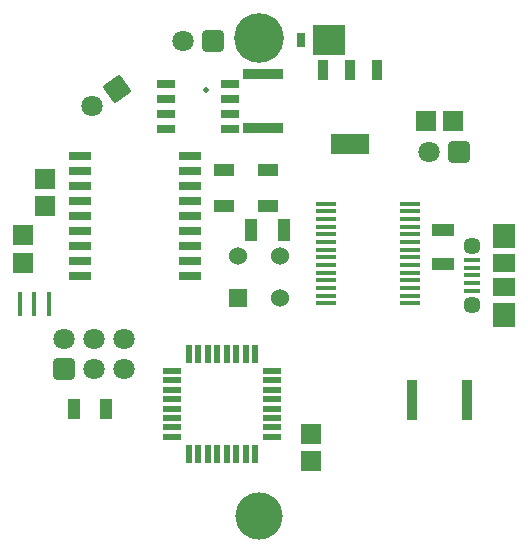
<source format=gts>
G04*
G04 #@! TF.GenerationSoftware,Altium Limited,Altium Designer,18.1.9 (240)*
G04*
G04 Layer_Color=8388736*
%FSLAX25Y25*%
%MOIN*%
G70*
G01*
G75*
%ADD15R,0.03000X0.05000*%
%ADD16R,0.10512X0.10000*%
%ADD17R,0.13504X0.03347*%
%ADD18R,0.06890X0.06693*%
%ADD19R,0.04331X0.06693*%
%ADD20R,0.07284X0.02559*%
%ADD21R,0.06004X0.02559*%
%ADD22R,0.07087X0.01772*%
%ADD23R,0.03740X0.06890*%
%ADD24R,0.12598X0.06890*%
%ADD25R,0.05906X0.02362*%
%ADD26R,0.02362X0.05906*%
%ADD27R,0.07480X0.08268*%
%ADD28R,0.07480X0.05906*%
%ADD29R,0.05315X0.01575*%
%ADD30R,0.03347X0.13504*%
%ADD31R,0.06693X0.06890*%
%ADD32R,0.07362X0.04055*%
%ADD33R,0.01575X0.07874*%
%ADD34R,0.07087X0.04134*%
%ADD35R,0.04055X0.07362*%
G04:AMPARAMS|DCode=36|XSize=70.87mil|YSize=70.87mil|CornerRadius=8.86mil|HoleSize=0mil|Usage=FLASHONLY|Rotation=180.000|XOffset=0mil|YOffset=0mil|HoleType=Round|Shape=RoundedRectangle|*
%AMROUNDEDRECTD36*
21,1,0.07087,0.05315,0,0,180.0*
21,1,0.05315,0.07087,0,0,180.0*
1,1,0.01772,-0.02657,0.02657*
1,1,0.01772,0.02657,0.02657*
1,1,0.01772,0.02657,-0.02657*
1,1,0.01772,-0.02657,-0.02657*
%
%ADD36ROUNDEDRECTD36*%
%ADD37C,0.07087*%
%ADD38C,0.05709*%
G04:AMPARAMS|DCode=39|XSize=70.87mil|YSize=70.87mil|CornerRadius=8.86mil|HoleSize=0mil|Usage=FLASHONLY|Rotation=215.000|XOffset=0mil|YOffset=0mil|HoleType=Round|Shape=RoundedRectangle|*
%AMROUNDEDRECTD39*
21,1,0.07087,0.05315,0,0,215.0*
21,1,0.05315,0.07087,0,0,215.0*
1,1,0.01772,-0.03701,0.00653*
1,1,0.01772,0.00653,0.03701*
1,1,0.01772,0.03701,-0.00653*
1,1,0.01772,-0.00653,-0.03701*
%
%ADD39ROUNDEDRECTD39*%
%ADD40C,0.06000*%
%ADD41R,0.06000X0.06000*%
%ADD42C,0.01968*%
%ADD43C,0.16548*%
%ADD44C,0.15748*%
D15*
X13966Y79134D02*
D03*
D16*
X23222D02*
D03*
D17*
X1142Y67716D02*
D03*
Y49606D02*
D03*
D18*
X-78740Y13848D02*
D03*
Y4793D02*
D03*
X-71369Y32828D02*
D03*
Y23772D02*
D03*
X17323Y-52362D02*
D03*
Y-61417D02*
D03*
D19*
X-51008Y-43850D02*
D03*
X-61638D02*
D03*
D20*
X-59842Y40276D02*
D03*
Y35276D02*
D03*
Y30276D02*
D03*
Y25276D02*
D03*
Y20276D02*
D03*
Y15276D02*
D03*
Y10276D02*
D03*
Y5276D02*
D03*
Y276D02*
D03*
X-23031D02*
D03*
Y5276D02*
D03*
Y10276D02*
D03*
Y15276D02*
D03*
Y20276D02*
D03*
Y25276D02*
D03*
Y30276D02*
D03*
Y35276D02*
D03*
Y40276D02*
D03*
D21*
X-31199Y64193D02*
D03*
Y59193D02*
D03*
Y54193D02*
D03*
Y49193D02*
D03*
X-9845D02*
D03*
Y54193D02*
D03*
Y59193D02*
D03*
Y64193D02*
D03*
D22*
X22441Y24508D02*
D03*
Y21949D02*
D03*
Y19390D02*
D03*
Y16831D02*
D03*
Y14272D02*
D03*
Y11712D02*
D03*
Y9154D02*
D03*
Y6594D02*
D03*
Y4035D02*
D03*
Y1476D02*
D03*
Y-1083D02*
D03*
Y-3642D02*
D03*
Y-6201D02*
D03*
Y-8760D02*
D03*
X50394D02*
D03*
Y-6201D02*
D03*
Y-3642D02*
D03*
Y-1083D02*
D03*
Y1476D02*
D03*
Y4035D02*
D03*
Y6594D02*
D03*
Y9154D02*
D03*
Y11712D02*
D03*
Y14272D02*
D03*
Y16831D02*
D03*
Y19390D02*
D03*
Y21949D02*
D03*
Y24508D02*
D03*
D23*
X39370Y69095D02*
D03*
X30315D02*
D03*
X21260D02*
D03*
D24*
X30315Y44291D02*
D03*
D25*
X-29083Y-31252D02*
D03*
Y-34402D02*
D03*
Y-37551D02*
D03*
Y-40701D02*
D03*
Y-43850D02*
D03*
Y-47000D02*
D03*
Y-50150D02*
D03*
Y-53299D02*
D03*
X4382D02*
D03*
Y-50150D02*
D03*
Y-47000D02*
D03*
Y-43850D02*
D03*
Y-40701D02*
D03*
Y-37551D02*
D03*
Y-34402D02*
D03*
Y-31252D02*
D03*
D26*
X-23374Y-59008D02*
D03*
X-20224D02*
D03*
X-17075D02*
D03*
X-13925D02*
D03*
X-10775D02*
D03*
X-7626D02*
D03*
X-4476D02*
D03*
X-1327D02*
D03*
Y-25543D02*
D03*
X-4476D02*
D03*
X-7626D02*
D03*
X-10775D02*
D03*
X-13925D02*
D03*
X-17075D02*
D03*
X-20224D02*
D03*
X-23374D02*
D03*
D27*
X81693Y-12598D02*
D03*
Y13780D02*
D03*
D28*
Y-3347D02*
D03*
Y4527D02*
D03*
D29*
X71063Y591D02*
D03*
Y3150D02*
D03*
Y-1969D02*
D03*
Y5709D02*
D03*
Y-4527D02*
D03*
D30*
X51045Y-40900D02*
D03*
X69155D02*
D03*
D31*
X55709Y51968D02*
D03*
X64764D02*
D03*
D32*
X61319Y15522D02*
D03*
Y4341D02*
D03*
D33*
X-79626Y-8858D02*
D03*
X-74902D02*
D03*
X-70177D02*
D03*
D34*
X-11811Y35626D02*
D03*
Y23815D02*
D03*
X3069Y35626D02*
D03*
Y23815D02*
D03*
D35*
X8391Y15800D02*
D03*
X-2791D02*
D03*
D36*
X-15295Y78740D02*
D03*
X-65043Y-30709D02*
D03*
X66535Y41732D02*
D03*
D37*
X-25295Y78740D02*
D03*
X-65043Y-20709D02*
D03*
X-55043Y-30709D02*
D03*
X-45043D02*
D03*
Y-20709D02*
D03*
X-55043D02*
D03*
X81693Y-13189D02*
D03*
Y14370D02*
D03*
X56535Y41732D02*
D03*
X-55610Y57087D02*
D03*
D38*
X71063Y10433D02*
D03*
Y-9252D02*
D03*
D39*
X-47419Y62822D02*
D03*
D40*
X-7071Y7002D02*
D03*
X7071D02*
D03*
Y-7140D02*
D03*
D41*
X-7071D02*
D03*
D42*
X13780Y79059D02*
D03*
X-17717Y62205D02*
D03*
D43*
X0Y79724D02*
D03*
D44*
Y-79724D02*
D03*
M02*

</source>
